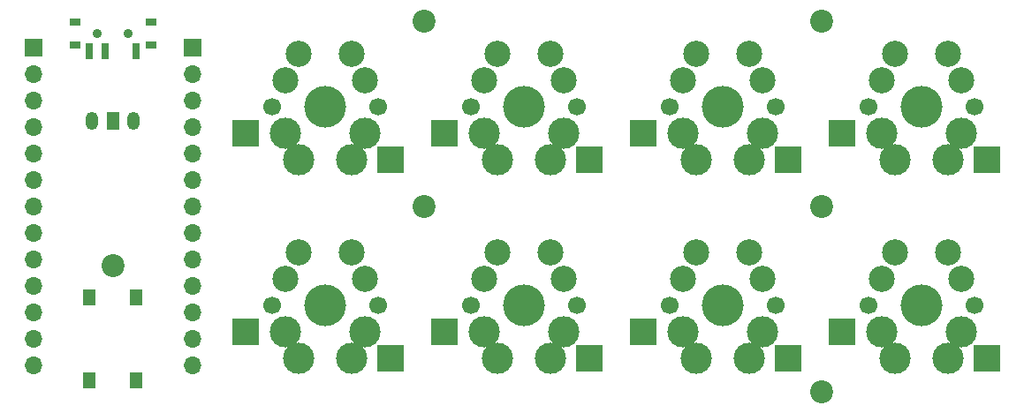
<source format=gts>
G04 #@! TF.GenerationSoftware,KiCad,Pcbnew,(6.0.7)*
G04 #@! TF.CreationDate,2022-11-12T22:44:30+08:00*
G04 #@! TF.ProjectId,KP08_keypad,4b503038-5f6b-4657-9970-61642e6b6963,1.0*
G04 #@! TF.SameCoordinates,Original*
G04 #@! TF.FileFunction,Soldermask,Top*
G04 #@! TF.FilePolarity,Negative*
%FSLAX46Y46*%
G04 Gerber Fmt 4.6, Leading zero omitted, Abs format (unit mm)*
G04 Created by KiCad (PCBNEW (6.0.7)) date 2022-11-12 22:44:30*
%MOMM*%
%LPD*%
G01*
G04 APERTURE LIST*
G04 Aperture macros list*
%AMOutline4P*
0 Free polygon, 4 corners , with rotation*
0 The origin of the aperture is its center*
0 number of corners: always 4*
0 $1 to $8 corner X, Y*
0 $9 Rotation angle, in degrees counterclockwise*
0 create outline with 4 corners*
4,1,4,$1,$2,$3,$4,$5,$6,$7,$8,$1,$2,$9*%
G04 Aperture macros list end*
%ADD10C,1.700000*%
%ADD11C,3.000000*%
%ADD12C,4.000000*%
%ADD13C,2.500000*%
%ADD14R,2.500000X2.550000*%
%ADD15R,1.300000X1.550000*%
%ADD16R,1.700000X1.700000*%
%ADD17O,1.700000X1.700000*%
%ADD18C,2.200000*%
%ADD19R,1.000000X0.800000*%
%ADD20C,0.900000*%
%ADD21R,0.700000X1.500000*%
%ADD22O,1.200000X1.750000*%
%ADD23Outline4P,-0.600000X-0.875000X0.600000X-0.875000X0.600000X0.875000X-0.600000X0.875000X180.000000*%
G04 APERTURE END LIST*
D10*
X176530000Y-76200000D03*
D11*
X167640000Y-78740000D03*
D10*
X166370000Y-76200000D03*
D11*
X168910000Y-81280000D03*
X175260000Y-78740000D03*
X173990000Y-81280000D03*
D12*
X171450000Y-76200000D03*
D13*
X167640000Y-73660000D03*
X168910000Y-71120000D03*
D14*
X163890000Y-78740000D03*
D13*
X175260000Y-73660000D03*
X173990000Y-71120000D03*
D14*
X177740000Y-81280000D03*
D11*
X116840000Y-81280000D03*
D10*
X109220000Y-76200000D03*
D11*
X118110000Y-78740000D03*
D12*
X114300000Y-76200000D03*
D10*
X119380000Y-76200000D03*
D11*
X111760000Y-81280000D03*
X110490000Y-78740000D03*
D14*
X106740000Y-78740000D03*
D13*
X111760000Y-71120000D03*
X110490000Y-73660000D03*
D14*
X120590000Y-81280000D03*
D13*
X118110000Y-73660000D03*
X116840000Y-71120000D03*
D15*
X96230000Y-94450000D03*
X96230000Y-102400000D03*
X91730000Y-94450000D03*
X91730000Y-102400000D03*
D10*
X176530000Y-95250000D03*
D11*
X168910000Y-100330000D03*
X175260000Y-97790000D03*
X167640000Y-97790000D03*
X173990000Y-100330000D03*
D12*
X171450000Y-95250000D03*
D10*
X166370000Y-95250000D03*
D13*
X167640000Y-92710000D03*
X168910000Y-90170000D03*
D14*
X163890000Y-97790000D03*
X177740000Y-100330000D03*
D13*
X173990000Y-90170000D03*
X175260000Y-92710000D03*
D16*
X86360000Y-70485000D03*
D17*
X86360000Y-73025000D03*
X86360000Y-75565000D03*
X86360000Y-78105000D03*
X86360000Y-80645000D03*
X86360000Y-83185000D03*
X86360000Y-85725000D03*
X86360000Y-88265000D03*
X86360000Y-90805000D03*
X86360000Y-93345000D03*
X86360000Y-95885000D03*
X86360000Y-98425000D03*
X86360000Y-100965000D03*
D18*
X93980000Y-91440000D03*
D11*
X135890000Y-81280000D03*
D12*
X133350000Y-76200000D03*
D11*
X137160000Y-78740000D03*
X129540000Y-78740000D03*
D10*
X138430000Y-76200000D03*
X128270000Y-76200000D03*
D11*
X130810000Y-81280000D03*
D14*
X125790000Y-78740000D03*
D13*
X129540000Y-73660000D03*
X130810000Y-71120000D03*
X135890000Y-71120000D03*
X137160000Y-73660000D03*
D14*
X139640000Y-81280000D03*
D16*
X101600000Y-70485000D03*
D17*
X101600000Y-73025000D03*
X101600000Y-75565000D03*
X101600000Y-78105000D03*
X101600000Y-80645000D03*
X101600000Y-83185000D03*
X101600000Y-85725000D03*
X101600000Y-88265000D03*
X101600000Y-90805000D03*
X101600000Y-93345000D03*
X101600000Y-95885000D03*
X101600000Y-98425000D03*
X101600000Y-100965000D03*
D18*
X161925000Y-85725000D03*
D12*
X133350000Y-95250000D03*
D11*
X137160000Y-97790000D03*
X130810000Y-100330000D03*
X129540000Y-97790000D03*
D10*
X138430000Y-95250000D03*
X128270000Y-95250000D03*
D11*
X135890000Y-100330000D03*
D13*
X130810000Y-90170000D03*
X129540000Y-92710000D03*
D14*
X125790000Y-97790000D03*
D13*
X135890000Y-90170000D03*
X137160000Y-92710000D03*
D14*
X139640000Y-100330000D03*
D18*
X161925000Y-103505000D03*
X161925000Y-67945000D03*
D11*
X154940000Y-100330000D03*
X149860000Y-100330000D03*
X156210000Y-97790000D03*
D10*
X157480000Y-95250000D03*
D11*
X148590000Y-97790000D03*
D12*
X152400000Y-95250000D03*
D10*
X147320000Y-95250000D03*
D14*
X144840000Y-97790000D03*
D13*
X149860000Y-90170000D03*
X148590000Y-92710000D03*
X154940000Y-90170000D03*
X156210000Y-92710000D03*
D14*
X158690000Y-100330000D03*
D10*
X157480000Y-76200000D03*
D11*
X156210000Y-78740000D03*
X149860000Y-81280000D03*
D10*
X147320000Y-76200000D03*
D11*
X148590000Y-78740000D03*
X154940000Y-81280000D03*
D12*
X152400000Y-76200000D03*
D14*
X144840000Y-78740000D03*
D13*
X149860000Y-71120000D03*
X148590000Y-73660000D03*
X156210000Y-73660000D03*
D14*
X158690000Y-81280000D03*
D13*
X154940000Y-71120000D03*
D18*
X123825000Y-85725000D03*
D11*
X111760000Y-100330000D03*
D10*
X119380000Y-95250000D03*
D12*
X114300000Y-95250000D03*
D10*
X109220000Y-95250000D03*
D11*
X116840000Y-100330000D03*
X110490000Y-97790000D03*
X118110000Y-97790000D03*
D13*
X111760000Y-90170000D03*
D14*
X106740000Y-97790000D03*
D13*
X110490000Y-92710000D03*
D14*
X120590000Y-100330000D03*
D13*
X118110000Y-92710000D03*
X116840000Y-90170000D03*
D18*
X123825000Y-67945000D03*
D19*
X97630000Y-68006000D03*
X90330000Y-68006000D03*
X90330000Y-70216000D03*
D20*
X95480000Y-69106000D03*
X92480000Y-69106000D03*
D19*
X97630000Y-70216000D03*
D21*
X96230000Y-70866000D03*
X93230000Y-70866000D03*
X91730000Y-70866000D03*
D20*
X92480000Y-69106000D03*
X95480000Y-69106000D03*
D22*
X95980000Y-77555000D03*
D23*
X93980000Y-77555000D03*
D22*
X91980000Y-77555000D03*
M02*

</source>
